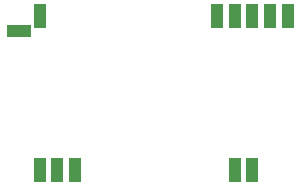
<source format=gbp>
G04 #@! TF.GenerationSoftware,KiCad,Pcbnew,(6.0.5)*
G04 #@! TF.CreationDate,2023-02-02T23:15:04-06:00*
G04 #@! TF.ProjectId,PIC18BT_MCE_Board,50494331-3842-4545-9f4d-43455f426f61,rev?*
G04 #@! TF.SameCoordinates,Original*
G04 #@! TF.FileFunction,Paste,Bot*
G04 #@! TF.FilePolarity,Positive*
%FSLAX46Y46*%
G04 Gerber Fmt 4.6, Leading zero omitted, Abs format (unit mm)*
G04 Created by KiCad (PCBNEW (6.0.5)) date 2023-02-02 23:15:04*
%MOMM*%
%LPD*%
G01*
G04 APERTURE LIST*
%ADD10R,1.000000X2.000000*%
%ADD11R,2.000000X1.000000*%
G04 APERTURE END LIST*
D10*
X180630000Y-106450000D03*
X179130000Y-106450000D03*
X165630000Y-106450000D03*
X164130000Y-106450000D03*
X162630000Y-106450000D03*
D11*
X160880000Y-94700000D03*
D10*
X162630000Y-93450000D03*
X177630000Y-93450000D03*
X179130000Y-93450000D03*
X180630000Y-93450000D03*
X182130000Y-93450000D03*
X183630000Y-93450000D03*
M02*

</source>
